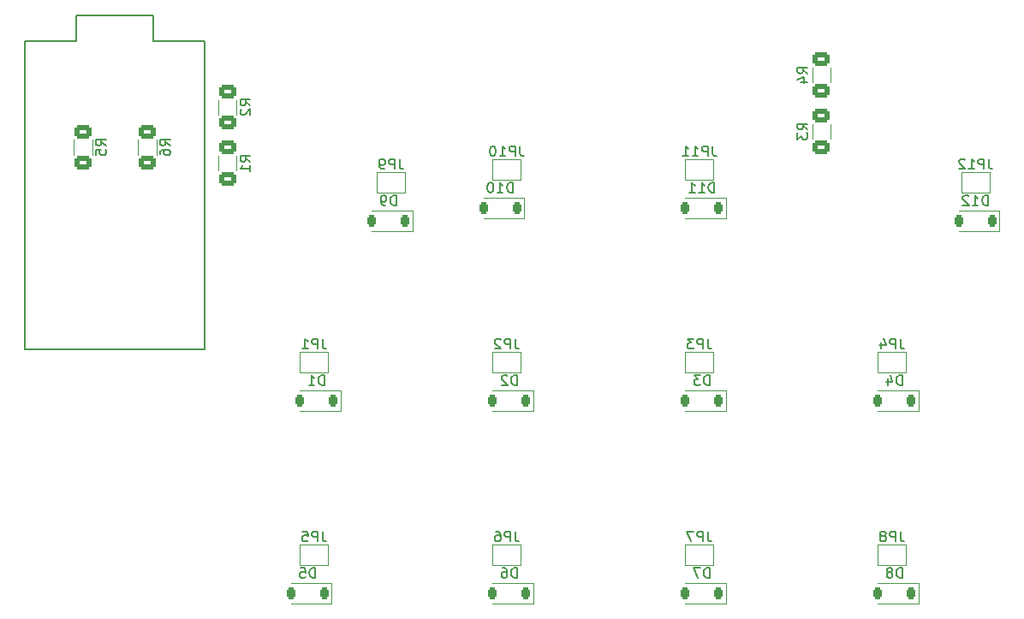
<source format=gbo>
G04 #@! TF.GenerationSoftware,KiCad,Pcbnew,7.0.9*
G04 #@! TF.CreationDate,2024-01-16T00:29:48+00:00*
G04 #@! TF.ProjectId,AryA-Macropad,41727941-2d4d-4616-9372-6f7061642e6b,1.0*
G04 #@! TF.SameCoordinates,Original*
G04 #@! TF.FileFunction,Legend,Bot*
G04 #@! TF.FilePolarity,Positive*
%FSLAX46Y46*%
G04 Gerber Fmt 4.6, Leading zero omitted, Abs format (unit mm)*
G04 Created by KiCad (PCBNEW 7.0.9) date 2024-01-16 00:29:48*
%MOMM*%
%LPD*%
G01*
G04 APERTURE LIST*
G04 Aperture macros list*
%AMRoundRect*
0 Rectangle with rounded corners*
0 $1 Rounding radius*
0 $2 $3 $4 $5 $6 $7 $8 $9 X,Y pos of 4 corners*
0 Add a 4 corners polygon primitive as box body*
4,1,4,$2,$3,$4,$5,$6,$7,$8,$9,$2,$3,0*
0 Add four circle primitives for the rounded corners*
1,1,$1+$1,$2,$3*
1,1,$1+$1,$4,$5*
1,1,$1+$1,$6,$7*
1,1,$1+$1,$8,$9*
0 Add four rect primitives between the rounded corners*
20,1,$1+$1,$2,$3,$4,$5,0*
20,1,$1+$1,$4,$5,$6,$7,0*
20,1,$1+$1,$6,$7,$8,$9,0*
20,1,$1+$1,$8,$9,$2,$3,0*%
G04 Aperture macros list end*
%ADD10C,0.150000*%
%ADD11C,0.120000*%
%ADD12R,1.700000X1.700000*%
%ADD13O,1.700000X1.700000*%
%ADD14C,1.750000*%
%ADD15C,4.000000*%
%ADD16C,2.500000*%
%ADD17R,1.600000X1.600000*%
%ADD18C,1.600000*%
%ADD19R,2.000000X2.000000*%
%ADD20C,2.000000*%
%ADD21C,3.200000*%
%ADD22RoundRect,0.250000X-0.625000X0.400000X-0.625000X-0.400000X0.625000X-0.400000X0.625000X0.400000X0*%
%ADD23RoundRect,0.225000X0.225000X0.375000X-0.225000X0.375000X-0.225000X-0.375000X0.225000X-0.375000X0*%
%ADD24R,1.000000X1.500000*%
%ADD25RoundRect,0.250000X0.625000X-0.400000X0.625000X0.400000X-0.625000X0.400000X-0.625000X-0.400000X0*%
G04 APERTURE END LIST*
D10*
X163734819Y-69683333D02*
X163258628Y-69350000D01*
X163734819Y-69111905D02*
X162734819Y-69111905D01*
X162734819Y-69111905D02*
X162734819Y-69492857D01*
X162734819Y-69492857D02*
X162782438Y-69588095D01*
X162782438Y-69588095D02*
X162830057Y-69635714D01*
X162830057Y-69635714D02*
X162925295Y-69683333D01*
X162925295Y-69683333D02*
X163068152Y-69683333D01*
X163068152Y-69683333D02*
X163163390Y-69635714D01*
X163163390Y-69635714D02*
X163211009Y-69588095D01*
X163211009Y-69588095D02*
X163258628Y-69492857D01*
X163258628Y-69492857D02*
X163258628Y-69111905D01*
X162734819Y-70016667D02*
X162734819Y-70635714D01*
X162734819Y-70635714D02*
X163115771Y-70302381D01*
X163115771Y-70302381D02*
X163115771Y-70445238D01*
X163115771Y-70445238D02*
X163163390Y-70540476D01*
X163163390Y-70540476D02*
X163211009Y-70588095D01*
X163211009Y-70588095D02*
X163306247Y-70635714D01*
X163306247Y-70635714D02*
X163544342Y-70635714D01*
X163544342Y-70635714D02*
X163639580Y-70588095D01*
X163639580Y-70588095D02*
X163687200Y-70540476D01*
X163687200Y-70540476D02*
X163734819Y-70445238D01*
X163734819Y-70445238D02*
X163734819Y-70159524D01*
X163734819Y-70159524D02*
X163687200Y-70064286D01*
X163687200Y-70064286D02*
X163639580Y-70016667D01*
X154028094Y-114024819D02*
X154028094Y-113024819D01*
X154028094Y-113024819D02*
X153789999Y-113024819D01*
X153789999Y-113024819D02*
X153647142Y-113072438D01*
X153647142Y-113072438D02*
X153551904Y-113167676D01*
X153551904Y-113167676D02*
X153504285Y-113262914D01*
X153504285Y-113262914D02*
X153456666Y-113453390D01*
X153456666Y-113453390D02*
X153456666Y-113596247D01*
X153456666Y-113596247D02*
X153504285Y-113786723D01*
X153504285Y-113786723D02*
X153551904Y-113881961D01*
X153551904Y-113881961D02*
X153647142Y-113977200D01*
X153647142Y-113977200D02*
X153789999Y-114024819D01*
X153789999Y-114024819D02*
X154028094Y-114024819D01*
X153123332Y-113024819D02*
X152456666Y-113024819D01*
X152456666Y-113024819D02*
X152885237Y-114024819D01*
X134803333Y-109414819D02*
X134803333Y-110129104D01*
X134803333Y-110129104D02*
X134850952Y-110271961D01*
X134850952Y-110271961D02*
X134946190Y-110367200D01*
X134946190Y-110367200D02*
X135089047Y-110414819D01*
X135089047Y-110414819D02*
X135184285Y-110414819D01*
X134327142Y-110414819D02*
X134327142Y-109414819D01*
X134327142Y-109414819D02*
X133946190Y-109414819D01*
X133946190Y-109414819D02*
X133850952Y-109462438D01*
X133850952Y-109462438D02*
X133803333Y-109510057D01*
X133803333Y-109510057D02*
X133755714Y-109605295D01*
X133755714Y-109605295D02*
X133755714Y-109748152D01*
X133755714Y-109748152D02*
X133803333Y-109843390D01*
X133803333Y-109843390D02*
X133850952Y-109891009D01*
X133850952Y-109891009D02*
X133946190Y-109938628D01*
X133946190Y-109938628D02*
X134327142Y-109938628D01*
X132898571Y-109414819D02*
X133089047Y-109414819D01*
X133089047Y-109414819D02*
X133184285Y-109462438D01*
X133184285Y-109462438D02*
X133231904Y-109510057D01*
X133231904Y-109510057D02*
X133327142Y-109652914D01*
X133327142Y-109652914D02*
X133374761Y-109843390D01*
X133374761Y-109843390D02*
X133374761Y-110224342D01*
X133374761Y-110224342D02*
X133327142Y-110319580D01*
X133327142Y-110319580D02*
X133279523Y-110367200D01*
X133279523Y-110367200D02*
X133184285Y-110414819D01*
X133184285Y-110414819D02*
X132993809Y-110414819D01*
X132993809Y-110414819D02*
X132898571Y-110367200D01*
X132898571Y-110367200D02*
X132850952Y-110319580D01*
X132850952Y-110319580D02*
X132803333Y-110224342D01*
X132803333Y-110224342D02*
X132803333Y-109986247D01*
X132803333Y-109986247D02*
X132850952Y-109891009D01*
X132850952Y-109891009D02*
X132898571Y-109843390D01*
X132898571Y-109843390D02*
X132993809Y-109795771D01*
X132993809Y-109795771D02*
X133184285Y-109795771D01*
X133184285Y-109795771D02*
X133279523Y-109843390D01*
X133279523Y-109843390D02*
X133327142Y-109891009D01*
X133327142Y-109891009D02*
X133374761Y-109986247D01*
X115753333Y-90364819D02*
X115753333Y-91079104D01*
X115753333Y-91079104D02*
X115800952Y-91221961D01*
X115800952Y-91221961D02*
X115896190Y-91317200D01*
X115896190Y-91317200D02*
X116039047Y-91364819D01*
X116039047Y-91364819D02*
X116134285Y-91364819D01*
X115277142Y-91364819D02*
X115277142Y-90364819D01*
X115277142Y-90364819D02*
X114896190Y-90364819D01*
X114896190Y-90364819D02*
X114800952Y-90412438D01*
X114800952Y-90412438D02*
X114753333Y-90460057D01*
X114753333Y-90460057D02*
X114705714Y-90555295D01*
X114705714Y-90555295D02*
X114705714Y-90698152D01*
X114705714Y-90698152D02*
X114753333Y-90793390D01*
X114753333Y-90793390D02*
X114800952Y-90841009D01*
X114800952Y-90841009D02*
X114896190Y-90888628D01*
X114896190Y-90888628D02*
X115277142Y-90888628D01*
X113753333Y-91364819D02*
X114324761Y-91364819D01*
X114039047Y-91364819D02*
X114039047Y-90364819D01*
X114039047Y-90364819D02*
X114134285Y-90507676D01*
X114134285Y-90507676D02*
X114229523Y-90602914D01*
X114229523Y-90602914D02*
X114324761Y-90650533D01*
X154504285Y-75924819D02*
X154504285Y-74924819D01*
X154504285Y-74924819D02*
X154266190Y-74924819D01*
X154266190Y-74924819D02*
X154123333Y-74972438D01*
X154123333Y-74972438D02*
X154028095Y-75067676D01*
X154028095Y-75067676D02*
X153980476Y-75162914D01*
X153980476Y-75162914D02*
X153932857Y-75353390D01*
X153932857Y-75353390D02*
X153932857Y-75496247D01*
X153932857Y-75496247D02*
X153980476Y-75686723D01*
X153980476Y-75686723D02*
X154028095Y-75781961D01*
X154028095Y-75781961D02*
X154123333Y-75877200D01*
X154123333Y-75877200D02*
X154266190Y-75924819D01*
X154266190Y-75924819D02*
X154504285Y-75924819D01*
X152980476Y-75924819D02*
X153551904Y-75924819D01*
X153266190Y-75924819D02*
X153266190Y-74924819D01*
X153266190Y-74924819D02*
X153361428Y-75067676D01*
X153361428Y-75067676D02*
X153456666Y-75162914D01*
X153456666Y-75162914D02*
X153551904Y-75210533D01*
X152028095Y-75924819D02*
X152599523Y-75924819D01*
X152313809Y-75924819D02*
X152313809Y-74924819D01*
X152313809Y-74924819D02*
X152409047Y-75067676D01*
X152409047Y-75067676D02*
X152504285Y-75162914D01*
X152504285Y-75162914D02*
X152599523Y-75210533D01*
X181649523Y-72584819D02*
X181649523Y-73299104D01*
X181649523Y-73299104D02*
X181697142Y-73441961D01*
X181697142Y-73441961D02*
X181792380Y-73537200D01*
X181792380Y-73537200D02*
X181935237Y-73584819D01*
X181935237Y-73584819D02*
X182030475Y-73584819D01*
X181173332Y-73584819D02*
X181173332Y-72584819D01*
X181173332Y-72584819D02*
X180792380Y-72584819D01*
X180792380Y-72584819D02*
X180697142Y-72632438D01*
X180697142Y-72632438D02*
X180649523Y-72680057D01*
X180649523Y-72680057D02*
X180601904Y-72775295D01*
X180601904Y-72775295D02*
X180601904Y-72918152D01*
X180601904Y-72918152D02*
X180649523Y-73013390D01*
X180649523Y-73013390D02*
X180697142Y-73061009D01*
X180697142Y-73061009D02*
X180792380Y-73108628D01*
X180792380Y-73108628D02*
X181173332Y-73108628D01*
X179649523Y-73584819D02*
X180220951Y-73584819D01*
X179935237Y-73584819D02*
X179935237Y-72584819D01*
X179935237Y-72584819D02*
X180030475Y-72727676D01*
X180030475Y-72727676D02*
X180125713Y-72822914D01*
X180125713Y-72822914D02*
X180220951Y-72870533D01*
X179268570Y-72680057D02*
X179220951Y-72632438D01*
X179220951Y-72632438D02*
X179125713Y-72584819D01*
X179125713Y-72584819D02*
X178887618Y-72584819D01*
X178887618Y-72584819D02*
X178792380Y-72632438D01*
X178792380Y-72632438D02*
X178744761Y-72680057D01*
X178744761Y-72680057D02*
X178697142Y-72775295D01*
X178697142Y-72775295D02*
X178697142Y-72870533D01*
X178697142Y-72870533D02*
X178744761Y-73013390D01*
X178744761Y-73013390D02*
X179316189Y-73584819D01*
X179316189Y-73584819D02*
X178697142Y-73584819D01*
X134978094Y-114024819D02*
X134978094Y-113024819D01*
X134978094Y-113024819D02*
X134739999Y-113024819D01*
X134739999Y-113024819D02*
X134597142Y-113072438D01*
X134597142Y-113072438D02*
X134501904Y-113167676D01*
X134501904Y-113167676D02*
X134454285Y-113262914D01*
X134454285Y-113262914D02*
X134406666Y-113453390D01*
X134406666Y-113453390D02*
X134406666Y-113596247D01*
X134406666Y-113596247D02*
X134454285Y-113786723D01*
X134454285Y-113786723D02*
X134501904Y-113881961D01*
X134501904Y-113881961D02*
X134597142Y-113977200D01*
X134597142Y-113977200D02*
X134739999Y-114024819D01*
X134739999Y-114024819D02*
X134978094Y-114024819D01*
X133549523Y-113024819D02*
X133739999Y-113024819D01*
X133739999Y-113024819D02*
X133835237Y-113072438D01*
X133835237Y-113072438D02*
X133882856Y-113120057D01*
X133882856Y-113120057D02*
X133978094Y-113262914D01*
X133978094Y-113262914D02*
X134025713Y-113453390D01*
X134025713Y-113453390D02*
X134025713Y-113834342D01*
X134025713Y-113834342D02*
X133978094Y-113929580D01*
X133978094Y-113929580D02*
X133930475Y-113977200D01*
X133930475Y-113977200D02*
X133835237Y-114024819D01*
X133835237Y-114024819D02*
X133644761Y-114024819D01*
X133644761Y-114024819D02*
X133549523Y-113977200D01*
X133549523Y-113977200D02*
X133501904Y-113929580D01*
X133501904Y-113929580D02*
X133454285Y-113834342D01*
X133454285Y-113834342D02*
X133454285Y-113596247D01*
X133454285Y-113596247D02*
X133501904Y-113501009D01*
X133501904Y-113501009D02*
X133549523Y-113453390D01*
X133549523Y-113453390D02*
X133644761Y-113405771D01*
X133644761Y-113405771D02*
X133835237Y-113405771D01*
X133835237Y-113405771D02*
X133930475Y-113453390D01*
X133930475Y-113453390D02*
X133978094Y-113501009D01*
X133978094Y-113501009D02*
X134025713Y-113596247D01*
X172903333Y-109414819D02*
X172903333Y-110129104D01*
X172903333Y-110129104D02*
X172950952Y-110271961D01*
X172950952Y-110271961D02*
X173046190Y-110367200D01*
X173046190Y-110367200D02*
X173189047Y-110414819D01*
X173189047Y-110414819D02*
X173284285Y-110414819D01*
X172427142Y-110414819D02*
X172427142Y-109414819D01*
X172427142Y-109414819D02*
X172046190Y-109414819D01*
X172046190Y-109414819D02*
X171950952Y-109462438D01*
X171950952Y-109462438D02*
X171903333Y-109510057D01*
X171903333Y-109510057D02*
X171855714Y-109605295D01*
X171855714Y-109605295D02*
X171855714Y-109748152D01*
X171855714Y-109748152D02*
X171903333Y-109843390D01*
X171903333Y-109843390D02*
X171950952Y-109891009D01*
X171950952Y-109891009D02*
X172046190Y-109938628D01*
X172046190Y-109938628D02*
X172427142Y-109938628D01*
X171284285Y-109843390D02*
X171379523Y-109795771D01*
X171379523Y-109795771D02*
X171427142Y-109748152D01*
X171427142Y-109748152D02*
X171474761Y-109652914D01*
X171474761Y-109652914D02*
X171474761Y-109605295D01*
X171474761Y-109605295D02*
X171427142Y-109510057D01*
X171427142Y-109510057D02*
X171379523Y-109462438D01*
X171379523Y-109462438D02*
X171284285Y-109414819D01*
X171284285Y-109414819D02*
X171093809Y-109414819D01*
X171093809Y-109414819D02*
X170998571Y-109462438D01*
X170998571Y-109462438D02*
X170950952Y-109510057D01*
X170950952Y-109510057D02*
X170903333Y-109605295D01*
X170903333Y-109605295D02*
X170903333Y-109652914D01*
X170903333Y-109652914D02*
X170950952Y-109748152D01*
X170950952Y-109748152D02*
X170998571Y-109795771D01*
X170998571Y-109795771D02*
X171093809Y-109843390D01*
X171093809Y-109843390D02*
X171284285Y-109843390D01*
X171284285Y-109843390D02*
X171379523Y-109891009D01*
X171379523Y-109891009D02*
X171427142Y-109938628D01*
X171427142Y-109938628D02*
X171474761Y-110033866D01*
X171474761Y-110033866D02*
X171474761Y-110224342D01*
X171474761Y-110224342D02*
X171427142Y-110319580D01*
X171427142Y-110319580D02*
X171379523Y-110367200D01*
X171379523Y-110367200D02*
X171284285Y-110414819D01*
X171284285Y-110414819D02*
X171093809Y-110414819D01*
X171093809Y-110414819D02*
X170998571Y-110367200D01*
X170998571Y-110367200D02*
X170950952Y-110319580D01*
X170950952Y-110319580D02*
X170903333Y-110224342D01*
X170903333Y-110224342D02*
X170903333Y-110033866D01*
X170903333Y-110033866D02*
X170950952Y-109938628D01*
X170950952Y-109938628D02*
X170998571Y-109891009D01*
X170998571Y-109891009D02*
X171093809Y-109843390D01*
X123038094Y-77194819D02*
X123038094Y-76194819D01*
X123038094Y-76194819D02*
X122799999Y-76194819D01*
X122799999Y-76194819D02*
X122657142Y-76242438D01*
X122657142Y-76242438D02*
X122561904Y-76337676D01*
X122561904Y-76337676D02*
X122514285Y-76432914D01*
X122514285Y-76432914D02*
X122466666Y-76623390D01*
X122466666Y-76623390D02*
X122466666Y-76766247D01*
X122466666Y-76766247D02*
X122514285Y-76956723D01*
X122514285Y-76956723D02*
X122561904Y-77051961D01*
X122561904Y-77051961D02*
X122657142Y-77147200D01*
X122657142Y-77147200D02*
X122799999Y-77194819D01*
X122799999Y-77194819D02*
X123038094Y-77194819D01*
X121990475Y-77194819D02*
X121799999Y-77194819D01*
X121799999Y-77194819D02*
X121704761Y-77147200D01*
X121704761Y-77147200D02*
X121657142Y-77099580D01*
X121657142Y-77099580D02*
X121561904Y-76956723D01*
X121561904Y-76956723D02*
X121514285Y-76766247D01*
X121514285Y-76766247D02*
X121514285Y-76385295D01*
X121514285Y-76385295D02*
X121561904Y-76290057D01*
X121561904Y-76290057D02*
X121609523Y-76242438D01*
X121609523Y-76242438D02*
X121704761Y-76194819D01*
X121704761Y-76194819D02*
X121895237Y-76194819D01*
X121895237Y-76194819D02*
X121990475Y-76242438D01*
X121990475Y-76242438D02*
X122038094Y-76290057D01*
X122038094Y-76290057D02*
X122085713Y-76385295D01*
X122085713Y-76385295D02*
X122085713Y-76623390D01*
X122085713Y-76623390D02*
X122038094Y-76718628D01*
X122038094Y-76718628D02*
X121990475Y-76766247D01*
X121990475Y-76766247D02*
X121895237Y-76813866D01*
X121895237Y-76813866D02*
X121704761Y-76813866D01*
X121704761Y-76813866D02*
X121609523Y-76766247D01*
X121609523Y-76766247D02*
X121561904Y-76718628D01*
X121561904Y-76718628D02*
X121514285Y-76623390D01*
X135279523Y-71314819D02*
X135279523Y-72029104D01*
X135279523Y-72029104D02*
X135327142Y-72171961D01*
X135327142Y-72171961D02*
X135422380Y-72267200D01*
X135422380Y-72267200D02*
X135565237Y-72314819D01*
X135565237Y-72314819D02*
X135660475Y-72314819D01*
X134803332Y-72314819D02*
X134803332Y-71314819D01*
X134803332Y-71314819D02*
X134422380Y-71314819D01*
X134422380Y-71314819D02*
X134327142Y-71362438D01*
X134327142Y-71362438D02*
X134279523Y-71410057D01*
X134279523Y-71410057D02*
X134231904Y-71505295D01*
X134231904Y-71505295D02*
X134231904Y-71648152D01*
X134231904Y-71648152D02*
X134279523Y-71743390D01*
X134279523Y-71743390D02*
X134327142Y-71791009D01*
X134327142Y-71791009D02*
X134422380Y-71838628D01*
X134422380Y-71838628D02*
X134803332Y-71838628D01*
X133279523Y-72314819D02*
X133850951Y-72314819D01*
X133565237Y-72314819D02*
X133565237Y-71314819D01*
X133565237Y-71314819D02*
X133660475Y-71457676D01*
X133660475Y-71457676D02*
X133755713Y-71552914D01*
X133755713Y-71552914D02*
X133850951Y-71600533D01*
X132660475Y-71314819D02*
X132565237Y-71314819D01*
X132565237Y-71314819D02*
X132469999Y-71362438D01*
X132469999Y-71362438D02*
X132422380Y-71410057D01*
X132422380Y-71410057D02*
X132374761Y-71505295D01*
X132374761Y-71505295D02*
X132327142Y-71695771D01*
X132327142Y-71695771D02*
X132327142Y-71933866D01*
X132327142Y-71933866D02*
X132374761Y-72124342D01*
X132374761Y-72124342D02*
X132422380Y-72219580D01*
X132422380Y-72219580D02*
X132469999Y-72267200D01*
X132469999Y-72267200D02*
X132565237Y-72314819D01*
X132565237Y-72314819D02*
X132660475Y-72314819D01*
X132660475Y-72314819D02*
X132755713Y-72267200D01*
X132755713Y-72267200D02*
X132803332Y-72219580D01*
X132803332Y-72219580D02*
X132850951Y-72124342D01*
X132850951Y-72124342D02*
X132898570Y-71933866D01*
X132898570Y-71933866D02*
X132898570Y-71695771D01*
X132898570Y-71695771D02*
X132850951Y-71505295D01*
X132850951Y-71505295D02*
X132803332Y-71410057D01*
X132803332Y-71410057D02*
X132755713Y-71362438D01*
X132755713Y-71362438D02*
X132660475Y-71314819D01*
X154028094Y-94974819D02*
X154028094Y-93974819D01*
X154028094Y-93974819D02*
X153789999Y-93974819D01*
X153789999Y-93974819D02*
X153647142Y-94022438D01*
X153647142Y-94022438D02*
X153551904Y-94117676D01*
X153551904Y-94117676D02*
X153504285Y-94212914D01*
X153504285Y-94212914D02*
X153456666Y-94403390D01*
X153456666Y-94403390D02*
X153456666Y-94546247D01*
X153456666Y-94546247D02*
X153504285Y-94736723D01*
X153504285Y-94736723D02*
X153551904Y-94831961D01*
X153551904Y-94831961D02*
X153647142Y-94927200D01*
X153647142Y-94927200D02*
X153789999Y-94974819D01*
X153789999Y-94974819D02*
X154028094Y-94974819D01*
X153123332Y-93974819D02*
X152504285Y-93974819D01*
X152504285Y-93974819D02*
X152837618Y-94355771D01*
X152837618Y-94355771D02*
X152694761Y-94355771D01*
X152694761Y-94355771D02*
X152599523Y-94403390D01*
X152599523Y-94403390D02*
X152551904Y-94451009D01*
X152551904Y-94451009D02*
X152504285Y-94546247D01*
X152504285Y-94546247D02*
X152504285Y-94784342D01*
X152504285Y-94784342D02*
X152551904Y-94879580D01*
X152551904Y-94879580D02*
X152599523Y-94927200D01*
X152599523Y-94927200D02*
X152694761Y-94974819D01*
X152694761Y-94974819D02*
X152980475Y-94974819D01*
X152980475Y-94974819D02*
X153075713Y-94927200D01*
X153075713Y-94927200D02*
X153123332Y-94879580D01*
X108637319Y-67302083D02*
X108161128Y-66968750D01*
X108637319Y-66730655D02*
X107637319Y-66730655D01*
X107637319Y-66730655D02*
X107637319Y-67111607D01*
X107637319Y-67111607D02*
X107684938Y-67206845D01*
X107684938Y-67206845D02*
X107732557Y-67254464D01*
X107732557Y-67254464D02*
X107827795Y-67302083D01*
X107827795Y-67302083D02*
X107970652Y-67302083D01*
X107970652Y-67302083D02*
X108065890Y-67254464D01*
X108065890Y-67254464D02*
X108113509Y-67206845D01*
X108113509Y-67206845D02*
X108161128Y-67111607D01*
X108161128Y-67111607D02*
X108161128Y-66730655D01*
X107732557Y-67683036D02*
X107684938Y-67730655D01*
X107684938Y-67730655D02*
X107637319Y-67825893D01*
X107637319Y-67825893D02*
X107637319Y-68063988D01*
X107637319Y-68063988D02*
X107684938Y-68159226D01*
X107684938Y-68159226D02*
X107732557Y-68206845D01*
X107732557Y-68206845D02*
X107827795Y-68254464D01*
X107827795Y-68254464D02*
X107923033Y-68254464D01*
X107923033Y-68254464D02*
X108065890Y-68206845D01*
X108065890Y-68206845D02*
X108637319Y-67635417D01*
X108637319Y-67635417D02*
X108637319Y-68254464D01*
X94349819Y-71270833D02*
X93873628Y-70937500D01*
X94349819Y-70699405D02*
X93349819Y-70699405D01*
X93349819Y-70699405D02*
X93349819Y-71080357D01*
X93349819Y-71080357D02*
X93397438Y-71175595D01*
X93397438Y-71175595D02*
X93445057Y-71223214D01*
X93445057Y-71223214D02*
X93540295Y-71270833D01*
X93540295Y-71270833D02*
X93683152Y-71270833D01*
X93683152Y-71270833D02*
X93778390Y-71223214D01*
X93778390Y-71223214D02*
X93826009Y-71175595D01*
X93826009Y-71175595D02*
X93873628Y-71080357D01*
X93873628Y-71080357D02*
X93873628Y-70699405D01*
X93349819Y-72175595D02*
X93349819Y-71699405D01*
X93349819Y-71699405D02*
X93826009Y-71651786D01*
X93826009Y-71651786D02*
X93778390Y-71699405D01*
X93778390Y-71699405D02*
X93730771Y-71794643D01*
X93730771Y-71794643D02*
X93730771Y-72032738D01*
X93730771Y-72032738D02*
X93778390Y-72127976D01*
X93778390Y-72127976D02*
X93826009Y-72175595D01*
X93826009Y-72175595D02*
X93921247Y-72223214D01*
X93921247Y-72223214D02*
X94159342Y-72223214D01*
X94159342Y-72223214D02*
X94254580Y-72175595D01*
X94254580Y-72175595D02*
X94302200Y-72127976D01*
X94302200Y-72127976D02*
X94349819Y-72032738D01*
X94349819Y-72032738D02*
X94349819Y-71794643D01*
X94349819Y-71794643D02*
X94302200Y-71699405D01*
X94302200Y-71699405D02*
X94254580Y-71651786D01*
X100699819Y-71270833D02*
X100223628Y-70937500D01*
X100699819Y-70699405D02*
X99699819Y-70699405D01*
X99699819Y-70699405D02*
X99699819Y-71080357D01*
X99699819Y-71080357D02*
X99747438Y-71175595D01*
X99747438Y-71175595D02*
X99795057Y-71223214D01*
X99795057Y-71223214D02*
X99890295Y-71270833D01*
X99890295Y-71270833D02*
X100033152Y-71270833D01*
X100033152Y-71270833D02*
X100128390Y-71223214D01*
X100128390Y-71223214D02*
X100176009Y-71175595D01*
X100176009Y-71175595D02*
X100223628Y-71080357D01*
X100223628Y-71080357D02*
X100223628Y-70699405D01*
X99699819Y-72127976D02*
X99699819Y-71937500D01*
X99699819Y-71937500D02*
X99747438Y-71842262D01*
X99747438Y-71842262D02*
X99795057Y-71794643D01*
X99795057Y-71794643D02*
X99937914Y-71699405D01*
X99937914Y-71699405D02*
X100128390Y-71651786D01*
X100128390Y-71651786D02*
X100509342Y-71651786D01*
X100509342Y-71651786D02*
X100604580Y-71699405D01*
X100604580Y-71699405D02*
X100652200Y-71747024D01*
X100652200Y-71747024D02*
X100699819Y-71842262D01*
X100699819Y-71842262D02*
X100699819Y-72032738D01*
X100699819Y-72032738D02*
X100652200Y-72127976D01*
X100652200Y-72127976D02*
X100604580Y-72175595D01*
X100604580Y-72175595D02*
X100509342Y-72223214D01*
X100509342Y-72223214D02*
X100271247Y-72223214D01*
X100271247Y-72223214D02*
X100176009Y-72175595D01*
X100176009Y-72175595D02*
X100128390Y-72127976D01*
X100128390Y-72127976D02*
X100080771Y-72032738D01*
X100080771Y-72032738D02*
X100080771Y-71842262D01*
X100080771Y-71842262D02*
X100128390Y-71747024D01*
X100128390Y-71747024D02*
X100176009Y-71699405D01*
X100176009Y-71699405D02*
X100271247Y-71651786D01*
X153853333Y-90364819D02*
X153853333Y-91079104D01*
X153853333Y-91079104D02*
X153900952Y-91221961D01*
X153900952Y-91221961D02*
X153996190Y-91317200D01*
X153996190Y-91317200D02*
X154139047Y-91364819D01*
X154139047Y-91364819D02*
X154234285Y-91364819D01*
X153377142Y-91364819D02*
X153377142Y-90364819D01*
X153377142Y-90364819D02*
X152996190Y-90364819D01*
X152996190Y-90364819D02*
X152900952Y-90412438D01*
X152900952Y-90412438D02*
X152853333Y-90460057D01*
X152853333Y-90460057D02*
X152805714Y-90555295D01*
X152805714Y-90555295D02*
X152805714Y-90698152D01*
X152805714Y-90698152D02*
X152853333Y-90793390D01*
X152853333Y-90793390D02*
X152900952Y-90841009D01*
X152900952Y-90841009D02*
X152996190Y-90888628D01*
X152996190Y-90888628D02*
X153377142Y-90888628D01*
X152472380Y-90364819D02*
X151853333Y-90364819D01*
X151853333Y-90364819D02*
X152186666Y-90745771D01*
X152186666Y-90745771D02*
X152043809Y-90745771D01*
X152043809Y-90745771D02*
X151948571Y-90793390D01*
X151948571Y-90793390D02*
X151900952Y-90841009D01*
X151900952Y-90841009D02*
X151853333Y-90936247D01*
X151853333Y-90936247D02*
X151853333Y-91174342D01*
X151853333Y-91174342D02*
X151900952Y-91269580D01*
X151900952Y-91269580D02*
X151948571Y-91317200D01*
X151948571Y-91317200D02*
X152043809Y-91364819D01*
X152043809Y-91364819D02*
X152329523Y-91364819D01*
X152329523Y-91364819D02*
X152424761Y-91317200D01*
X152424761Y-91317200D02*
X152472380Y-91269580D01*
X115038094Y-114024819D02*
X115038094Y-113024819D01*
X115038094Y-113024819D02*
X114799999Y-113024819D01*
X114799999Y-113024819D02*
X114657142Y-113072438D01*
X114657142Y-113072438D02*
X114561904Y-113167676D01*
X114561904Y-113167676D02*
X114514285Y-113262914D01*
X114514285Y-113262914D02*
X114466666Y-113453390D01*
X114466666Y-113453390D02*
X114466666Y-113596247D01*
X114466666Y-113596247D02*
X114514285Y-113786723D01*
X114514285Y-113786723D02*
X114561904Y-113881961D01*
X114561904Y-113881961D02*
X114657142Y-113977200D01*
X114657142Y-113977200D02*
X114799999Y-114024819D01*
X114799999Y-114024819D02*
X115038094Y-114024819D01*
X113561904Y-113024819D02*
X114038094Y-113024819D01*
X114038094Y-113024819D02*
X114085713Y-113501009D01*
X114085713Y-113501009D02*
X114038094Y-113453390D01*
X114038094Y-113453390D02*
X113942856Y-113405771D01*
X113942856Y-113405771D02*
X113704761Y-113405771D01*
X113704761Y-113405771D02*
X113609523Y-113453390D01*
X113609523Y-113453390D02*
X113561904Y-113501009D01*
X113561904Y-113501009D02*
X113514285Y-113596247D01*
X113514285Y-113596247D02*
X113514285Y-113834342D01*
X113514285Y-113834342D02*
X113561904Y-113929580D01*
X113561904Y-113929580D02*
X113609523Y-113977200D01*
X113609523Y-113977200D02*
X113704761Y-114024819D01*
X113704761Y-114024819D02*
X113942856Y-114024819D01*
X113942856Y-114024819D02*
X114038094Y-113977200D01*
X114038094Y-113977200D02*
X114085713Y-113929580D01*
X173078094Y-94974819D02*
X173078094Y-93974819D01*
X173078094Y-93974819D02*
X172839999Y-93974819D01*
X172839999Y-93974819D02*
X172697142Y-94022438D01*
X172697142Y-94022438D02*
X172601904Y-94117676D01*
X172601904Y-94117676D02*
X172554285Y-94212914D01*
X172554285Y-94212914D02*
X172506666Y-94403390D01*
X172506666Y-94403390D02*
X172506666Y-94546247D01*
X172506666Y-94546247D02*
X172554285Y-94736723D01*
X172554285Y-94736723D02*
X172601904Y-94831961D01*
X172601904Y-94831961D02*
X172697142Y-94927200D01*
X172697142Y-94927200D02*
X172839999Y-94974819D01*
X172839999Y-94974819D02*
X173078094Y-94974819D01*
X171649523Y-94308152D02*
X171649523Y-94974819D01*
X171887618Y-93927200D02*
X172125713Y-94641485D01*
X172125713Y-94641485D02*
X171506666Y-94641485D01*
X123373333Y-72584819D02*
X123373333Y-73299104D01*
X123373333Y-73299104D02*
X123420952Y-73441961D01*
X123420952Y-73441961D02*
X123516190Y-73537200D01*
X123516190Y-73537200D02*
X123659047Y-73584819D01*
X123659047Y-73584819D02*
X123754285Y-73584819D01*
X122897142Y-73584819D02*
X122897142Y-72584819D01*
X122897142Y-72584819D02*
X122516190Y-72584819D01*
X122516190Y-72584819D02*
X122420952Y-72632438D01*
X122420952Y-72632438D02*
X122373333Y-72680057D01*
X122373333Y-72680057D02*
X122325714Y-72775295D01*
X122325714Y-72775295D02*
X122325714Y-72918152D01*
X122325714Y-72918152D02*
X122373333Y-73013390D01*
X122373333Y-73013390D02*
X122420952Y-73061009D01*
X122420952Y-73061009D02*
X122516190Y-73108628D01*
X122516190Y-73108628D02*
X122897142Y-73108628D01*
X121849523Y-73584819D02*
X121659047Y-73584819D01*
X121659047Y-73584819D02*
X121563809Y-73537200D01*
X121563809Y-73537200D02*
X121516190Y-73489580D01*
X121516190Y-73489580D02*
X121420952Y-73346723D01*
X121420952Y-73346723D02*
X121373333Y-73156247D01*
X121373333Y-73156247D02*
X121373333Y-72775295D01*
X121373333Y-72775295D02*
X121420952Y-72680057D01*
X121420952Y-72680057D02*
X121468571Y-72632438D01*
X121468571Y-72632438D02*
X121563809Y-72584819D01*
X121563809Y-72584819D02*
X121754285Y-72584819D01*
X121754285Y-72584819D02*
X121849523Y-72632438D01*
X121849523Y-72632438D02*
X121897142Y-72680057D01*
X121897142Y-72680057D02*
X121944761Y-72775295D01*
X121944761Y-72775295D02*
X121944761Y-73013390D01*
X121944761Y-73013390D02*
X121897142Y-73108628D01*
X121897142Y-73108628D02*
X121849523Y-73156247D01*
X121849523Y-73156247D02*
X121754285Y-73203866D01*
X121754285Y-73203866D02*
X121563809Y-73203866D01*
X121563809Y-73203866D02*
X121468571Y-73156247D01*
X121468571Y-73156247D02*
X121420952Y-73108628D01*
X121420952Y-73108628D02*
X121373333Y-73013390D01*
X134564285Y-75924819D02*
X134564285Y-74924819D01*
X134564285Y-74924819D02*
X134326190Y-74924819D01*
X134326190Y-74924819D02*
X134183333Y-74972438D01*
X134183333Y-74972438D02*
X134088095Y-75067676D01*
X134088095Y-75067676D02*
X134040476Y-75162914D01*
X134040476Y-75162914D02*
X133992857Y-75353390D01*
X133992857Y-75353390D02*
X133992857Y-75496247D01*
X133992857Y-75496247D02*
X134040476Y-75686723D01*
X134040476Y-75686723D02*
X134088095Y-75781961D01*
X134088095Y-75781961D02*
X134183333Y-75877200D01*
X134183333Y-75877200D02*
X134326190Y-75924819D01*
X134326190Y-75924819D02*
X134564285Y-75924819D01*
X133040476Y-75924819D02*
X133611904Y-75924819D01*
X133326190Y-75924819D02*
X133326190Y-74924819D01*
X133326190Y-74924819D02*
X133421428Y-75067676D01*
X133421428Y-75067676D02*
X133516666Y-75162914D01*
X133516666Y-75162914D02*
X133611904Y-75210533D01*
X132421428Y-74924819D02*
X132326190Y-74924819D01*
X132326190Y-74924819D02*
X132230952Y-74972438D01*
X132230952Y-74972438D02*
X132183333Y-75020057D01*
X132183333Y-75020057D02*
X132135714Y-75115295D01*
X132135714Y-75115295D02*
X132088095Y-75305771D01*
X132088095Y-75305771D02*
X132088095Y-75543866D01*
X132088095Y-75543866D02*
X132135714Y-75734342D01*
X132135714Y-75734342D02*
X132183333Y-75829580D01*
X132183333Y-75829580D02*
X132230952Y-75877200D01*
X132230952Y-75877200D02*
X132326190Y-75924819D01*
X132326190Y-75924819D02*
X132421428Y-75924819D01*
X132421428Y-75924819D02*
X132516666Y-75877200D01*
X132516666Y-75877200D02*
X132564285Y-75829580D01*
X132564285Y-75829580D02*
X132611904Y-75734342D01*
X132611904Y-75734342D02*
X132659523Y-75543866D01*
X132659523Y-75543866D02*
X132659523Y-75305771D01*
X132659523Y-75305771D02*
X132611904Y-75115295D01*
X132611904Y-75115295D02*
X132564285Y-75020057D01*
X132564285Y-75020057D02*
X132516666Y-74972438D01*
X132516666Y-74972438D02*
X132421428Y-74924819D01*
X134803333Y-90364819D02*
X134803333Y-91079104D01*
X134803333Y-91079104D02*
X134850952Y-91221961D01*
X134850952Y-91221961D02*
X134946190Y-91317200D01*
X134946190Y-91317200D02*
X135089047Y-91364819D01*
X135089047Y-91364819D02*
X135184285Y-91364819D01*
X134327142Y-91364819D02*
X134327142Y-90364819D01*
X134327142Y-90364819D02*
X133946190Y-90364819D01*
X133946190Y-90364819D02*
X133850952Y-90412438D01*
X133850952Y-90412438D02*
X133803333Y-90460057D01*
X133803333Y-90460057D02*
X133755714Y-90555295D01*
X133755714Y-90555295D02*
X133755714Y-90698152D01*
X133755714Y-90698152D02*
X133803333Y-90793390D01*
X133803333Y-90793390D02*
X133850952Y-90841009D01*
X133850952Y-90841009D02*
X133946190Y-90888628D01*
X133946190Y-90888628D02*
X134327142Y-90888628D01*
X133374761Y-90460057D02*
X133327142Y-90412438D01*
X133327142Y-90412438D02*
X133231904Y-90364819D01*
X133231904Y-90364819D02*
X132993809Y-90364819D01*
X132993809Y-90364819D02*
X132898571Y-90412438D01*
X132898571Y-90412438D02*
X132850952Y-90460057D01*
X132850952Y-90460057D02*
X132803333Y-90555295D01*
X132803333Y-90555295D02*
X132803333Y-90650533D01*
X132803333Y-90650533D02*
X132850952Y-90793390D01*
X132850952Y-90793390D02*
X133422380Y-91364819D01*
X133422380Y-91364819D02*
X132803333Y-91364819D01*
X115753333Y-109414819D02*
X115753333Y-110129104D01*
X115753333Y-110129104D02*
X115800952Y-110271961D01*
X115800952Y-110271961D02*
X115896190Y-110367200D01*
X115896190Y-110367200D02*
X116039047Y-110414819D01*
X116039047Y-110414819D02*
X116134285Y-110414819D01*
X115277142Y-110414819D02*
X115277142Y-109414819D01*
X115277142Y-109414819D02*
X114896190Y-109414819D01*
X114896190Y-109414819D02*
X114800952Y-109462438D01*
X114800952Y-109462438D02*
X114753333Y-109510057D01*
X114753333Y-109510057D02*
X114705714Y-109605295D01*
X114705714Y-109605295D02*
X114705714Y-109748152D01*
X114705714Y-109748152D02*
X114753333Y-109843390D01*
X114753333Y-109843390D02*
X114800952Y-109891009D01*
X114800952Y-109891009D02*
X114896190Y-109938628D01*
X114896190Y-109938628D02*
X115277142Y-109938628D01*
X113800952Y-109414819D02*
X114277142Y-109414819D01*
X114277142Y-109414819D02*
X114324761Y-109891009D01*
X114324761Y-109891009D02*
X114277142Y-109843390D01*
X114277142Y-109843390D02*
X114181904Y-109795771D01*
X114181904Y-109795771D02*
X113943809Y-109795771D01*
X113943809Y-109795771D02*
X113848571Y-109843390D01*
X113848571Y-109843390D02*
X113800952Y-109891009D01*
X113800952Y-109891009D02*
X113753333Y-109986247D01*
X113753333Y-109986247D02*
X113753333Y-110224342D01*
X113753333Y-110224342D02*
X113800952Y-110319580D01*
X113800952Y-110319580D02*
X113848571Y-110367200D01*
X113848571Y-110367200D02*
X113943809Y-110414819D01*
X113943809Y-110414819D02*
X114181904Y-110414819D01*
X114181904Y-110414819D02*
X114277142Y-110367200D01*
X114277142Y-110367200D02*
X114324761Y-110319580D01*
X153853333Y-109414819D02*
X153853333Y-110129104D01*
X153853333Y-110129104D02*
X153900952Y-110271961D01*
X153900952Y-110271961D02*
X153996190Y-110367200D01*
X153996190Y-110367200D02*
X154139047Y-110414819D01*
X154139047Y-110414819D02*
X154234285Y-110414819D01*
X153377142Y-110414819D02*
X153377142Y-109414819D01*
X153377142Y-109414819D02*
X152996190Y-109414819D01*
X152996190Y-109414819D02*
X152900952Y-109462438D01*
X152900952Y-109462438D02*
X152853333Y-109510057D01*
X152853333Y-109510057D02*
X152805714Y-109605295D01*
X152805714Y-109605295D02*
X152805714Y-109748152D01*
X152805714Y-109748152D02*
X152853333Y-109843390D01*
X152853333Y-109843390D02*
X152900952Y-109891009D01*
X152900952Y-109891009D02*
X152996190Y-109938628D01*
X152996190Y-109938628D02*
X153377142Y-109938628D01*
X152472380Y-109414819D02*
X151805714Y-109414819D01*
X151805714Y-109414819D02*
X152234285Y-110414819D01*
X115928094Y-94974819D02*
X115928094Y-93974819D01*
X115928094Y-93974819D02*
X115689999Y-93974819D01*
X115689999Y-93974819D02*
X115547142Y-94022438D01*
X115547142Y-94022438D02*
X115451904Y-94117676D01*
X115451904Y-94117676D02*
X115404285Y-94212914D01*
X115404285Y-94212914D02*
X115356666Y-94403390D01*
X115356666Y-94403390D02*
X115356666Y-94546247D01*
X115356666Y-94546247D02*
X115404285Y-94736723D01*
X115404285Y-94736723D02*
X115451904Y-94831961D01*
X115451904Y-94831961D02*
X115547142Y-94927200D01*
X115547142Y-94927200D02*
X115689999Y-94974819D01*
X115689999Y-94974819D02*
X115928094Y-94974819D01*
X114404285Y-94974819D02*
X114975713Y-94974819D01*
X114689999Y-94974819D02*
X114689999Y-93974819D01*
X114689999Y-93974819D02*
X114785237Y-94117676D01*
X114785237Y-94117676D02*
X114880475Y-94212914D01*
X114880475Y-94212914D02*
X114975713Y-94260533D01*
X134978094Y-94974819D02*
X134978094Y-93974819D01*
X134978094Y-93974819D02*
X134739999Y-93974819D01*
X134739999Y-93974819D02*
X134597142Y-94022438D01*
X134597142Y-94022438D02*
X134501904Y-94117676D01*
X134501904Y-94117676D02*
X134454285Y-94212914D01*
X134454285Y-94212914D02*
X134406666Y-94403390D01*
X134406666Y-94403390D02*
X134406666Y-94546247D01*
X134406666Y-94546247D02*
X134454285Y-94736723D01*
X134454285Y-94736723D02*
X134501904Y-94831961D01*
X134501904Y-94831961D02*
X134597142Y-94927200D01*
X134597142Y-94927200D02*
X134739999Y-94974819D01*
X134739999Y-94974819D02*
X134978094Y-94974819D01*
X134025713Y-94070057D02*
X133978094Y-94022438D01*
X133978094Y-94022438D02*
X133882856Y-93974819D01*
X133882856Y-93974819D02*
X133644761Y-93974819D01*
X133644761Y-93974819D02*
X133549523Y-94022438D01*
X133549523Y-94022438D02*
X133501904Y-94070057D01*
X133501904Y-94070057D02*
X133454285Y-94165295D01*
X133454285Y-94165295D02*
X133454285Y-94260533D01*
X133454285Y-94260533D02*
X133501904Y-94403390D01*
X133501904Y-94403390D02*
X134073332Y-94974819D01*
X134073332Y-94974819D02*
X133454285Y-94974819D01*
X172903333Y-90364819D02*
X172903333Y-91079104D01*
X172903333Y-91079104D02*
X172950952Y-91221961D01*
X172950952Y-91221961D02*
X173046190Y-91317200D01*
X173046190Y-91317200D02*
X173189047Y-91364819D01*
X173189047Y-91364819D02*
X173284285Y-91364819D01*
X172427142Y-91364819D02*
X172427142Y-90364819D01*
X172427142Y-90364819D02*
X172046190Y-90364819D01*
X172046190Y-90364819D02*
X171950952Y-90412438D01*
X171950952Y-90412438D02*
X171903333Y-90460057D01*
X171903333Y-90460057D02*
X171855714Y-90555295D01*
X171855714Y-90555295D02*
X171855714Y-90698152D01*
X171855714Y-90698152D02*
X171903333Y-90793390D01*
X171903333Y-90793390D02*
X171950952Y-90841009D01*
X171950952Y-90841009D02*
X172046190Y-90888628D01*
X172046190Y-90888628D02*
X172427142Y-90888628D01*
X170998571Y-90698152D02*
X170998571Y-91364819D01*
X171236666Y-90317200D02*
X171474761Y-91031485D01*
X171474761Y-91031485D02*
X170855714Y-91031485D01*
X163734819Y-64127083D02*
X163258628Y-63793750D01*
X163734819Y-63555655D02*
X162734819Y-63555655D01*
X162734819Y-63555655D02*
X162734819Y-63936607D01*
X162734819Y-63936607D02*
X162782438Y-64031845D01*
X162782438Y-64031845D02*
X162830057Y-64079464D01*
X162830057Y-64079464D02*
X162925295Y-64127083D01*
X162925295Y-64127083D02*
X163068152Y-64127083D01*
X163068152Y-64127083D02*
X163163390Y-64079464D01*
X163163390Y-64079464D02*
X163211009Y-64031845D01*
X163211009Y-64031845D02*
X163258628Y-63936607D01*
X163258628Y-63936607D02*
X163258628Y-63555655D01*
X163068152Y-64984226D02*
X163734819Y-64984226D01*
X162687200Y-64746131D02*
X163401485Y-64508036D01*
X163401485Y-64508036D02*
X163401485Y-65127083D01*
X108637319Y-72858333D02*
X108161128Y-72525000D01*
X108637319Y-72286905D02*
X107637319Y-72286905D01*
X107637319Y-72286905D02*
X107637319Y-72667857D01*
X107637319Y-72667857D02*
X107684938Y-72763095D01*
X107684938Y-72763095D02*
X107732557Y-72810714D01*
X107732557Y-72810714D02*
X107827795Y-72858333D01*
X107827795Y-72858333D02*
X107970652Y-72858333D01*
X107970652Y-72858333D02*
X108065890Y-72810714D01*
X108065890Y-72810714D02*
X108113509Y-72763095D01*
X108113509Y-72763095D02*
X108161128Y-72667857D01*
X108161128Y-72667857D02*
X108161128Y-72286905D01*
X108637319Y-73810714D02*
X108637319Y-73239286D01*
X108637319Y-73525000D02*
X107637319Y-73525000D01*
X107637319Y-73525000D02*
X107780176Y-73429762D01*
X107780176Y-73429762D02*
X107875414Y-73334524D01*
X107875414Y-73334524D02*
X107923033Y-73239286D01*
X181554285Y-77194819D02*
X181554285Y-76194819D01*
X181554285Y-76194819D02*
X181316190Y-76194819D01*
X181316190Y-76194819D02*
X181173333Y-76242438D01*
X181173333Y-76242438D02*
X181078095Y-76337676D01*
X181078095Y-76337676D02*
X181030476Y-76432914D01*
X181030476Y-76432914D02*
X180982857Y-76623390D01*
X180982857Y-76623390D02*
X180982857Y-76766247D01*
X180982857Y-76766247D02*
X181030476Y-76956723D01*
X181030476Y-76956723D02*
X181078095Y-77051961D01*
X181078095Y-77051961D02*
X181173333Y-77147200D01*
X181173333Y-77147200D02*
X181316190Y-77194819D01*
X181316190Y-77194819D02*
X181554285Y-77194819D01*
X180030476Y-77194819D02*
X180601904Y-77194819D01*
X180316190Y-77194819D02*
X180316190Y-76194819D01*
X180316190Y-76194819D02*
X180411428Y-76337676D01*
X180411428Y-76337676D02*
X180506666Y-76432914D01*
X180506666Y-76432914D02*
X180601904Y-76480533D01*
X179649523Y-76290057D02*
X179601904Y-76242438D01*
X179601904Y-76242438D02*
X179506666Y-76194819D01*
X179506666Y-76194819D02*
X179268571Y-76194819D01*
X179268571Y-76194819D02*
X179173333Y-76242438D01*
X179173333Y-76242438D02*
X179125714Y-76290057D01*
X179125714Y-76290057D02*
X179078095Y-76385295D01*
X179078095Y-76385295D02*
X179078095Y-76480533D01*
X179078095Y-76480533D02*
X179125714Y-76623390D01*
X179125714Y-76623390D02*
X179697142Y-77194819D01*
X179697142Y-77194819D02*
X179078095Y-77194819D01*
X173078094Y-114024819D02*
X173078094Y-113024819D01*
X173078094Y-113024819D02*
X172839999Y-113024819D01*
X172839999Y-113024819D02*
X172697142Y-113072438D01*
X172697142Y-113072438D02*
X172601904Y-113167676D01*
X172601904Y-113167676D02*
X172554285Y-113262914D01*
X172554285Y-113262914D02*
X172506666Y-113453390D01*
X172506666Y-113453390D02*
X172506666Y-113596247D01*
X172506666Y-113596247D02*
X172554285Y-113786723D01*
X172554285Y-113786723D02*
X172601904Y-113881961D01*
X172601904Y-113881961D02*
X172697142Y-113977200D01*
X172697142Y-113977200D02*
X172839999Y-114024819D01*
X172839999Y-114024819D02*
X173078094Y-114024819D01*
X171935237Y-113453390D02*
X172030475Y-113405771D01*
X172030475Y-113405771D02*
X172078094Y-113358152D01*
X172078094Y-113358152D02*
X172125713Y-113262914D01*
X172125713Y-113262914D02*
X172125713Y-113215295D01*
X172125713Y-113215295D02*
X172078094Y-113120057D01*
X172078094Y-113120057D02*
X172030475Y-113072438D01*
X172030475Y-113072438D02*
X171935237Y-113024819D01*
X171935237Y-113024819D02*
X171744761Y-113024819D01*
X171744761Y-113024819D02*
X171649523Y-113072438D01*
X171649523Y-113072438D02*
X171601904Y-113120057D01*
X171601904Y-113120057D02*
X171554285Y-113215295D01*
X171554285Y-113215295D02*
X171554285Y-113262914D01*
X171554285Y-113262914D02*
X171601904Y-113358152D01*
X171601904Y-113358152D02*
X171649523Y-113405771D01*
X171649523Y-113405771D02*
X171744761Y-113453390D01*
X171744761Y-113453390D02*
X171935237Y-113453390D01*
X171935237Y-113453390D02*
X172030475Y-113501009D01*
X172030475Y-113501009D02*
X172078094Y-113548628D01*
X172078094Y-113548628D02*
X172125713Y-113643866D01*
X172125713Y-113643866D02*
X172125713Y-113834342D01*
X172125713Y-113834342D02*
X172078094Y-113929580D01*
X172078094Y-113929580D02*
X172030475Y-113977200D01*
X172030475Y-113977200D02*
X171935237Y-114024819D01*
X171935237Y-114024819D02*
X171744761Y-114024819D01*
X171744761Y-114024819D02*
X171649523Y-113977200D01*
X171649523Y-113977200D02*
X171601904Y-113929580D01*
X171601904Y-113929580D02*
X171554285Y-113834342D01*
X171554285Y-113834342D02*
X171554285Y-113643866D01*
X171554285Y-113643866D02*
X171601904Y-113548628D01*
X171601904Y-113548628D02*
X171649523Y-113501009D01*
X171649523Y-113501009D02*
X171744761Y-113453390D01*
X154329523Y-71314819D02*
X154329523Y-72029104D01*
X154329523Y-72029104D02*
X154377142Y-72171961D01*
X154377142Y-72171961D02*
X154472380Y-72267200D01*
X154472380Y-72267200D02*
X154615237Y-72314819D01*
X154615237Y-72314819D02*
X154710475Y-72314819D01*
X153853332Y-72314819D02*
X153853332Y-71314819D01*
X153853332Y-71314819D02*
X153472380Y-71314819D01*
X153472380Y-71314819D02*
X153377142Y-71362438D01*
X153377142Y-71362438D02*
X153329523Y-71410057D01*
X153329523Y-71410057D02*
X153281904Y-71505295D01*
X153281904Y-71505295D02*
X153281904Y-71648152D01*
X153281904Y-71648152D02*
X153329523Y-71743390D01*
X153329523Y-71743390D02*
X153377142Y-71791009D01*
X153377142Y-71791009D02*
X153472380Y-71838628D01*
X153472380Y-71838628D02*
X153853332Y-71838628D01*
X152329523Y-72314819D02*
X152900951Y-72314819D01*
X152615237Y-72314819D02*
X152615237Y-71314819D01*
X152615237Y-71314819D02*
X152710475Y-71457676D01*
X152710475Y-71457676D02*
X152805713Y-71552914D01*
X152805713Y-71552914D02*
X152900951Y-71600533D01*
X151377142Y-72314819D02*
X151948570Y-72314819D01*
X151662856Y-72314819D02*
X151662856Y-71314819D01*
X151662856Y-71314819D02*
X151758094Y-71457676D01*
X151758094Y-71457676D02*
X151853332Y-71552914D01*
X151853332Y-71552914D02*
X151948570Y-71600533D01*
X99060000Y-58420000D02*
X99060000Y-60960000D01*
X91440000Y-58420000D02*
X99060000Y-58420000D01*
X104140000Y-60960000D02*
X104140000Y-91440000D01*
X99060000Y-60960000D02*
X104140000Y-60960000D01*
X91440000Y-60960000D02*
X91440000Y-58420000D01*
X86360000Y-60960000D02*
X91440000Y-60960000D01*
X104140000Y-91440000D02*
X86360000Y-91440000D01*
X86360000Y-91440000D02*
X86360000Y-60960000D01*
D11*
X166010000Y-69122936D02*
X166010000Y-70577064D01*
X164190000Y-69122936D02*
X164190000Y-70577064D01*
X155650000Y-116570000D02*
X151640000Y-116570000D01*
X155650000Y-114570000D02*
X155650000Y-116570000D01*
X155650000Y-114570000D02*
X151640000Y-114570000D01*
X135370000Y-112760000D02*
X135370000Y-110760000D01*
X135370000Y-110760000D02*
X132570000Y-110760000D01*
X132570000Y-112760000D02*
X135370000Y-112760000D01*
X132570000Y-110760000D02*
X132570000Y-112760000D01*
X116320000Y-93710000D02*
X116320000Y-91710000D01*
X116320000Y-91710000D02*
X113520000Y-91710000D01*
X113520000Y-93710000D02*
X116320000Y-93710000D01*
X113520000Y-91710000D02*
X113520000Y-93710000D01*
X155650000Y-78470000D02*
X151640000Y-78470000D01*
X155650000Y-76470000D02*
X155650000Y-78470000D01*
X155650000Y-76470000D02*
X151640000Y-76470000D01*
X181740000Y-75930000D02*
X181740000Y-73930000D01*
X181740000Y-73930000D02*
X178940000Y-73930000D01*
X178940000Y-75930000D02*
X181740000Y-75930000D01*
X178940000Y-73930000D02*
X178940000Y-75930000D01*
X136600000Y-116570000D02*
X132590000Y-116570000D01*
X136600000Y-114570000D02*
X136600000Y-116570000D01*
X136600000Y-114570000D02*
X132590000Y-114570000D01*
X173470000Y-112760000D02*
X173470000Y-110760000D01*
X173470000Y-110760000D02*
X170670000Y-110760000D01*
X170670000Y-112760000D02*
X173470000Y-112760000D01*
X170670000Y-110760000D02*
X170670000Y-112760000D01*
X124660000Y-79740000D02*
X120650000Y-79740000D01*
X124660000Y-77740000D02*
X124660000Y-79740000D01*
X124660000Y-77740000D02*
X120650000Y-77740000D01*
X135370000Y-74660000D02*
X135370000Y-72660000D01*
X135370000Y-72660000D02*
X132570000Y-72660000D01*
X132570000Y-74660000D02*
X135370000Y-74660000D01*
X132570000Y-72660000D02*
X132570000Y-74660000D01*
X155650000Y-97520000D02*
X151640000Y-97520000D01*
X155650000Y-95520000D02*
X155650000Y-97520000D01*
X155650000Y-95520000D02*
X151640000Y-95520000D01*
X105452500Y-68195814D02*
X105452500Y-66741686D01*
X107272500Y-68195814D02*
X107272500Y-66741686D01*
X91165000Y-72164564D02*
X91165000Y-70710436D01*
X92985000Y-72164564D02*
X92985000Y-70710436D01*
X97515000Y-72164564D02*
X97515000Y-70710436D01*
X99335000Y-72164564D02*
X99335000Y-70710436D01*
X154420000Y-93710000D02*
X154420000Y-91710000D01*
X154420000Y-91710000D02*
X151620000Y-91710000D01*
X151620000Y-93710000D02*
X154420000Y-93710000D01*
X151620000Y-91710000D02*
X151620000Y-93710000D01*
X116660000Y-116570000D02*
X112650000Y-116570000D01*
X116660000Y-114570000D02*
X116660000Y-116570000D01*
X116660000Y-114570000D02*
X112650000Y-114570000D01*
X174700000Y-97520000D02*
X170690000Y-97520000D01*
X174700000Y-95520000D02*
X174700000Y-97520000D01*
X174700000Y-95520000D02*
X170690000Y-95520000D01*
X123940000Y-75930000D02*
X123940000Y-73930000D01*
X123940000Y-73930000D02*
X121140000Y-73930000D01*
X121140000Y-75930000D02*
X123940000Y-75930000D01*
X121140000Y-73930000D02*
X121140000Y-75930000D01*
X135710000Y-78470000D02*
X131700000Y-78470000D01*
X135710000Y-76470000D02*
X135710000Y-78470000D01*
X135710000Y-76470000D02*
X131700000Y-76470000D01*
X135370000Y-93710000D02*
X135370000Y-91710000D01*
X135370000Y-91710000D02*
X132570000Y-91710000D01*
X132570000Y-93710000D02*
X135370000Y-93710000D01*
X132570000Y-91710000D02*
X132570000Y-93710000D01*
X116320000Y-112760000D02*
X116320000Y-110760000D01*
X116320000Y-110760000D02*
X113520000Y-110760000D01*
X113520000Y-112760000D02*
X116320000Y-112760000D01*
X113520000Y-110760000D02*
X113520000Y-112760000D01*
X154420000Y-112760000D02*
X154420000Y-110760000D01*
X154420000Y-110760000D02*
X151620000Y-110760000D01*
X151620000Y-112760000D02*
X154420000Y-112760000D01*
X151620000Y-110760000D02*
X151620000Y-112760000D01*
X117550000Y-97520000D02*
X113540000Y-97520000D01*
X117550000Y-95520000D02*
X117550000Y-97520000D01*
X117550000Y-95520000D02*
X113540000Y-95520000D01*
X136600000Y-97520000D02*
X132590000Y-97520000D01*
X136600000Y-95520000D02*
X136600000Y-97520000D01*
X136600000Y-95520000D02*
X132590000Y-95520000D01*
X173470000Y-93710000D02*
X173470000Y-91710000D01*
X173470000Y-91710000D02*
X170670000Y-91710000D01*
X170670000Y-93710000D02*
X173470000Y-93710000D01*
X170670000Y-91710000D02*
X170670000Y-93710000D01*
X166010000Y-63566686D02*
X166010000Y-65020814D01*
X164190000Y-63566686D02*
X164190000Y-65020814D01*
X105452500Y-73752064D02*
X105452500Y-72297936D01*
X107272500Y-73752064D02*
X107272500Y-72297936D01*
X182700000Y-79740000D02*
X178690000Y-79740000D01*
X182700000Y-77740000D02*
X182700000Y-79740000D01*
X182700000Y-77740000D02*
X178690000Y-77740000D01*
X174700000Y-116570000D02*
X170690000Y-116570000D01*
X174700000Y-114570000D02*
X174700000Y-116570000D01*
X174700000Y-114570000D02*
X170690000Y-114570000D01*
X154420000Y-74660000D02*
X154420000Y-72660000D01*
X154420000Y-72660000D02*
X151620000Y-72660000D01*
X151620000Y-74660000D02*
X154420000Y-74660000D01*
X151620000Y-72660000D02*
X151620000Y-74660000D01*
%LPC*%
D12*
X99050000Y-115093750D03*
D13*
X96510000Y-115093750D03*
X93970000Y-115093750D03*
X91430000Y-115093750D03*
D14*
X132080000Y-68580000D03*
D15*
X137160000Y-68580000D03*
D14*
X142240000Y-68580000D03*
D16*
X133350000Y-66040000D03*
X139700000Y-63500000D03*
D14*
X151130000Y-106680000D03*
D15*
X156210000Y-106680000D03*
D14*
X161290000Y-106680000D03*
D16*
X152400000Y-104140000D03*
X158750000Y-101600000D03*
D14*
X151130000Y-87630000D03*
D15*
X156210000Y-87630000D03*
D14*
X161290000Y-87630000D03*
D16*
X152400000Y-85090000D03*
X158750000Y-82550000D03*
D14*
X113030000Y-87630000D03*
D15*
X118110000Y-87630000D03*
D14*
X123190000Y-87630000D03*
D16*
X114300000Y-85090000D03*
X120650000Y-82550000D03*
D14*
X170180000Y-87630000D03*
D15*
X175260000Y-87630000D03*
D14*
X180340000Y-87630000D03*
D16*
X171450000Y-85090000D03*
X177800000Y-82550000D03*
X80168750Y-64293750D03*
X190500000Y-64293750D03*
D14*
X170180000Y-106680000D03*
D15*
X175260000Y-106680000D03*
D14*
X180340000Y-106680000D03*
D16*
X171450000Y-104140000D03*
X177800000Y-101600000D03*
D17*
X87630000Y-62230000D03*
D18*
X87630000Y-64770000D03*
X87630000Y-67310000D03*
X87630000Y-69850000D03*
X87630000Y-72390000D03*
X87630000Y-74930000D03*
X87630000Y-77470000D03*
X87630000Y-80010000D03*
X87630000Y-82550000D03*
X87630000Y-85090000D03*
X87630000Y-87630000D03*
X87630000Y-90170000D03*
X102870000Y-90170000D03*
X102870000Y-87630000D03*
X102870000Y-85090000D03*
X102870000Y-82550000D03*
X102870000Y-80010000D03*
X102870000Y-77470000D03*
X102870000Y-74930000D03*
X102870000Y-72390000D03*
X102870000Y-69850000D03*
X102870000Y-67310000D03*
X102870000Y-64770000D03*
X102870000Y-62230000D03*
D19*
X109960000Y-66120000D03*
D20*
X109960000Y-71120000D03*
X109960000Y-68620000D03*
D21*
X117460000Y-63020000D03*
X117460000Y-74220000D03*
D20*
X124460000Y-71120000D03*
X124460000Y-66120000D03*
D16*
X80168750Y-114300000D03*
D14*
X132080000Y-87630000D03*
D15*
X137160000Y-87630000D03*
D14*
X142240000Y-87630000D03*
D16*
X133350000Y-85090000D03*
X139700000Y-82550000D03*
D14*
X113030000Y-106680000D03*
D15*
X118110000Y-106680000D03*
D14*
X123190000Y-106680000D03*
D16*
X114300000Y-104140000D03*
X120650000Y-101600000D03*
X190500000Y-114300000D03*
D19*
X168380000Y-66120000D03*
D20*
X168380000Y-71120000D03*
X168380000Y-68620000D03*
D21*
X175880000Y-63020000D03*
X175880000Y-74220000D03*
D20*
X182880000Y-71120000D03*
X182880000Y-66120000D03*
D14*
X132080000Y-106680000D03*
D15*
X137160000Y-106680000D03*
D14*
X142240000Y-106680000D03*
D16*
X133350000Y-104140000D03*
X139700000Y-101600000D03*
D14*
X151130000Y-68580000D03*
D15*
X156210000Y-68580000D03*
D14*
X161290000Y-68580000D03*
D16*
X152400000Y-66040000D03*
X158750000Y-63500000D03*
D22*
X165100000Y-68300000D03*
X165100000Y-71400000D03*
D23*
X154940000Y-115570000D03*
X151640000Y-115570000D03*
D24*
X134620000Y-111760000D03*
X133320000Y-111760000D03*
X115570000Y-92710000D03*
X114270000Y-92710000D03*
D23*
X154940000Y-77470000D03*
X151640000Y-77470000D03*
D24*
X180990000Y-74930000D03*
X179690000Y-74930000D03*
D23*
X135890000Y-115570000D03*
X132590000Y-115570000D03*
D24*
X172720000Y-111760000D03*
X171420000Y-111760000D03*
D23*
X123950000Y-78740000D03*
X120650000Y-78740000D03*
D24*
X134620000Y-73660000D03*
X133320000Y-73660000D03*
D23*
X154940000Y-96520000D03*
X151640000Y-96520000D03*
D25*
X106362500Y-69018750D03*
X106362500Y-65918750D03*
X92075000Y-72987500D03*
X92075000Y-69887500D03*
X98425000Y-72987500D03*
X98425000Y-69887500D03*
D24*
X153670000Y-92710000D03*
X152370000Y-92710000D03*
D23*
X115950000Y-115570000D03*
X112650000Y-115570000D03*
X173990000Y-96520000D03*
X170690000Y-96520000D03*
D24*
X123190000Y-74930000D03*
X121890000Y-74930000D03*
D23*
X135000000Y-77470000D03*
X131700000Y-77470000D03*
D24*
X134620000Y-92710000D03*
X133320000Y-92710000D03*
X115570000Y-111760000D03*
X114270000Y-111760000D03*
X153670000Y-111760000D03*
X152370000Y-111760000D03*
D23*
X116840000Y-96520000D03*
X113540000Y-96520000D03*
X135890000Y-96520000D03*
X132590000Y-96520000D03*
D24*
X172720000Y-92710000D03*
X171420000Y-92710000D03*
D22*
X165100000Y-62743750D03*
X165100000Y-65843750D03*
D25*
X106362500Y-74575000D03*
X106362500Y-71475000D03*
D23*
X181990000Y-78740000D03*
X178690000Y-78740000D03*
X173990000Y-115570000D03*
X170690000Y-115570000D03*
D24*
X153670000Y-73660000D03*
X152370000Y-73660000D03*
%LPD*%
M02*

</source>
